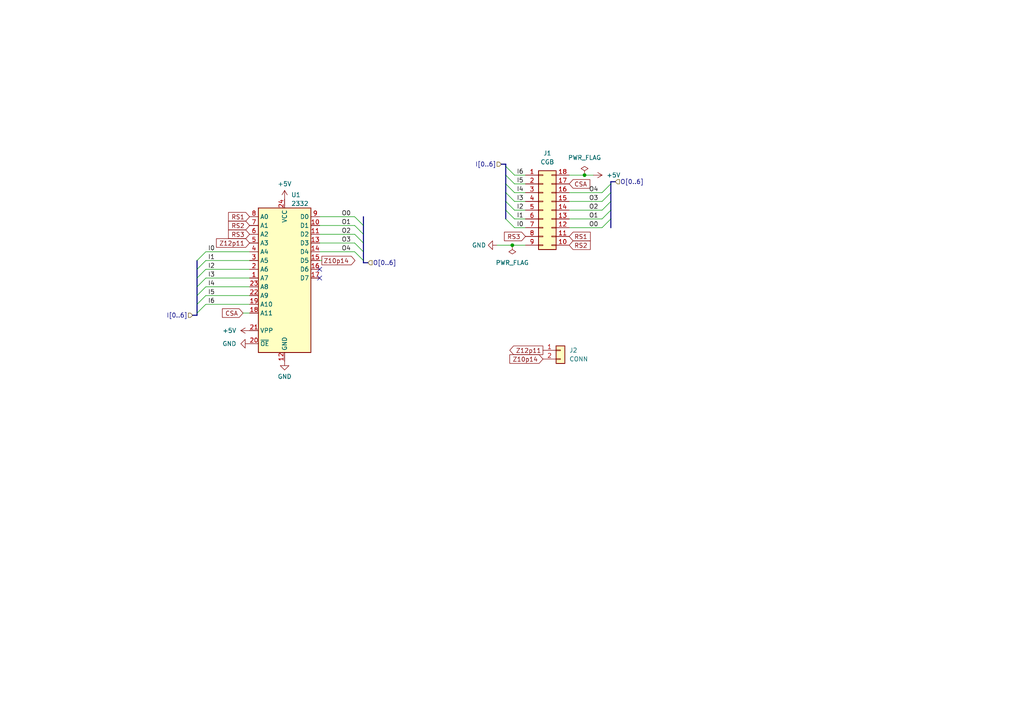
<source format=kicad_sch>
(kicad_sch (version 20230121) (generator eeschema)
  (paper "A4")
  (lib_symbols
    (symbol "Charmap:2532"
      (property "Reference" "U" (at -7.62 20.32 0))
      (property "Value" "2532" (at 2.54 -24.13 0))
      (symbol "2532_1_1"
        (rectangle (start -7.62 19.05) (end 7.62 -22.86) (stroke (width 0.254)) (fill (type background)))
        (pin input line (at -10.16 -1.27 0) (length 2.54) (name "A7") (number "1"))
        (pin tri_state line (at 10.16 13.97 180) (length 2.54) (name "D1") (number "10"))
        (pin tri_state line (at 10.16 11.43 180) (length 2.54) (name "D2") (number "11"))
        (pin power_in line (at 0 -25.4 90) (length 2.54) (name "GND") (number "12"))
        (pin tri_state line (at 10.16 8.89 180) (length 2.54) (name "D3") (number "13"))
        (pin tri_state line (at 10.16 6.35 180) (length 2.54) (name "D4") (number "14"))
        (pin tri_state line (at 10.16 3.81 180) (length 2.54) (name "D5") (number "15"))
        (pin tri_state line (at 10.16 1.27 180) (length 2.54) (name "D6") (number "16"))
        (pin tri_state line (at 10.16 -1.27 180) (length 2.54) (name "D7") (number "17"))
        (pin input line (at -10.16 -11.43 0) (length 2.54) (name "A11") (number "18"))
        (pin input line (at -10.16 -8.89 0) (length 2.54) (name "A10") (number "19"))
        (pin input line (at -10.16 1.27 0) (length 2.54) (name "A6") (number "2"))
        (pin input line (at -10.16 -20.32 0) (length 2.54) (name "~{OE}") (number "20"))
        (pin input line (at -10.16 -16.51 0) (length 2.54) (name "VPP") (number "21"))
        (pin input line (at -10.16 -6.35 0) (length 2.54) (name "A9") (number "22"))
        (pin input line (at -10.16 -3.81 0) (length 2.54) (name "A8") (number "23"))
        (pin power_in line (at 0 21.59 270) (length 2.54) (name "VCC") (number "24"))
        (pin input line (at -10.16 3.81 0) (length 2.54) (name "A5") (number "3"))
        (pin input line (at -10.16 6.35 0) (length 2.54) (name "A4") (number "4"))
        (pin input line (at -10.16 8.89 0) (length 2.54) (name "A3") (number "5"))
        (pin input line (at -10.16 11.43 0) (length 2.54) (name "A2") (number "6"))
        (pin input line (at -10.16 13.97 0) (length 2.54) (name "A1") (number "7"))
        (pin input line (at -10.16 16.51 0) (length 2.54) (name "A0") (number "8"))
        (pin tri_state line (at 10.16 16.51 180) (length 2.54) (name "D0") (number "9"))
      )
    )
    (symbol "Connector_Generic:Conn_01x02" (pin_names (offset 1.016) hide)
      (property "Reference" "J" (at 0 2.54 0))
      (property "Value" "Conn_01x02" (at 0 -5.08 0))
      (symbol "Conn_01x02_1_1"
        (rectangle (start -1.27 -2.413) (end 0 -2.667) (stroke (width 0.1524)))
        (rectangle (start -1.27 0.127) (end 0 -0.127) (stroke (width 0.1524)))
        (rectangle (start -1.27 1.27) (end 1.27 -3.81) (stroke (width 0.254)) (fill (type background)))
        (pin passive line (at -5.08 0 0) (length 3.81) (name "Pin_1") (number "1"))
        (pin passive line (at -5.08 -2.54 0) (length 3.81) (name "Pin_2") (number "2"))
      )
    )
    (symbol "Connector_Generic:Conn_02x09_Counter_Clockwise" (pin_names (offset 1.016) hide)
      (property "Reference" "J" (at 1.27 12.7 0))
      (property "Value" "Conn_02x09_Counter_Clockwise" (at 1.27 -12.7 0))
      (symbol "Conn_02x09_Counter_Clockwise_1_1"
        (rectangle (start -1.27 -10.033) (end 0 -10.287) (stroke (width 0.1524)))
        (rectangle (start -1.27 -7.493) (end 0 -7.747) (stroke (width 0.1524)))
        (rectangle (start -1.27 -4.953) (end 0 -5.207) (stroke (width 0.1524)))
        (rectangle (start -1.27 -2.413) (end 0 -2.667) (stroke (width 0.1524)))
        (rectangle (start -1.27 0.127) (end 0 -0.127) (stroke (width 0.1524)))
        (rectangle (start -1.27 2.667) (end 0 2.413) (stroke (width 0.1524)))
        (rectangle (start -1.27 5.207) (end 0 4.953) (stroke (width 0.1524)))
        (rectangle (start -1.27 7.747) (end 0 7.493) (stroke (width 0.1524)))
        (rectangle (start -1.27 10.287) (end 0 10.033) (stroke (width 0.1524)))
        (rectangle (start -1.27 11.43) (end 3.81 -11.43) (stroke (width 0.254)) (fill (type background)))
        (rectangle (start 3.81 -10.033) (end 2.54 -10.287) (stroke (width 0.1524)))
        (rectangle (start 3.81 -7.493) (end 2.54 -7.747) (stroke (width 0.1524)))
        (rectangle (start 3.81 -4.953) (end 2.54 -5.207) (stroke (width 0.1524)))
        (rectangle (start 3.81 -2.413) (end 2.54 -2.667) (stroke (width 0.1524)))
        (rectangle (start 3.81 0.127) (end 2.54 -0.127) (stroke (width 0.1524)))
        (rectangle (start 3.81 2.667) (end 2.54 2.413) (stroke (width 0.1524)))
        (rectangle (start 3.81 5.207) (end 2.54 4.953) (stroke (width 0.1524)))
        (rectangle (start 3.81 7.747) (end 2.54 7.493) (stroke (width 0.1524)))
        (rectangle (start 3.81 10.287) (end 2.54 10.033) (stroke (width 0.1524)))
        (pin passive line (at -5.08 10.16 0) (length 3.81) (name "Pin_1") (number "1"))
        (pin passive line (at 7.62 -10.16 180) (length 3.81) (name "Pin_10") (number "10"))
        (pin passive line (at 7.62 -7.62 180) (length 3.81) (name "Pin_11") (number "11"))
        (pin passive line (at 7.62 -5.08 180) (length 3.81) (name "Pin_12") (number "12"))
        (pin passive line (at 7.62 -2.54 180) (length 3.81) (name "Pin_13") (number "13"))
        (pin passive line (at 7.62 0 180) (length 3.81) (name "Pin_14") (number "14"))
        (pin passive line (at 7.62 2.54 180) (length 3.81) (name "Pin_15") (number "15"))
        (pin passive line (at 7.62 5.08 180) (length 3.81) (name "Pin_16") (number "16"))
        (pin passive line (at 7.62 7.62 180) (length 3.81) (name "Pin_17") (number "17"))
        (pin passive line (at 7.62 10.16 180) (length 3.81) (name "Pin_18") (number "18"))
        (pin passive line (at -5.08 7.62 0) (length 3.81) (name "Pin_2") (number "2"))
        (pin passive line (at -5.08 5.08 0) (length 3.81) (name "Pin_3") (number "3"))
        (pin passive line (at -5.08 2.54 0) (length 3.81) (name "Pin_4") (number "4"))
        (pin passive line (at -5.08 0 0) (length 3.81) (name "Pin_5") (number "5"))
        (pin passive line (at -5.08 -2.54 0) (length 3.81) (name "Pin_6") (number "6"))
        (pin passive line (at -5.08 -5.08 0) (length 3.81) (name "Pin_7") (number "7"))
        (pin passive line (at -5.08 -7.62 0) (length 3.81) (name "Pin_8") (number "8"))
        (pin passive line (at -5.08 -10.16 0) (length 3.81) (name "Pin_9") (number "9"))
      )
    )
    (symbol "power:+5V" (power) (pin_names (offset 0))
      (property "Value" "+5V" (at 0 3.556 0))
      (symbol "+5V_0_1"
        (polyline (pts (xy -0.762 1.27) (xy 0 2.54)))
        (polyline (pts (xy 0 0) (xy 0 2.54)))
        (polyline (pts (xy 0 2.54) (xy 0.762 1.27)))
      )
      (symbol "+5V_1_1"
        (pin power_in line (at 0 0 90) (length 0) hide (name "+5V") (number "1"))
      )
    )
    (symbol "power:GND" (power) (pin_names (offset 0))
      (property "Value" "GND" (at 0 -3.81 0))
      (symbol "GND_0_1"
        (polyline (pts (xy 0 0) (xy 0 -1.27) (xy 1.27 -1.27) (xy 0 -2.54) (xy -1.27 -1.27) (xy 0 -1.27)))
      )
      (symbol "GND_1_1"
        (pin power_in line (at 0 0 270) (length 0) hide (name "GND") (number "1"))
      )
    )
    (symbol "power:PWR_FLAG" (power) (pin_numbers hide) (pin_names (offset 0) hide)
      (property "Value" "PWR_FLAG" (at 0 3.81 0))
      (symbol "PWR_FLAG_0_0"
        (pin power_out line (at 0 0 90) (length 0) (name "pwr") (number "1"))
      )
      (symbol "PWR_FLAG_0_1"
        (polyline (pts (xy 0 0) (xy 0 1.27) (xy -1.016 1.905) (xy 0 2.54) (xy 1.016 1.905) (xy 0 1.27)))
      )
    )
  )
  (junction (at 148.59 71.12))
  (junction (at 169.545 50.8))
  (no_connect (at 92.71 78.105))
  (no_connect (at 92.71 80.645))
  (bus_entry (at 146.685 55.88) (size 2.54 2.54))
  (bus_entry (at 105.41 75.565) (size -2.54 -2.54))
  (bus_entry (at 146.685 63.5) (size 2.54 2.54))
  (bus_entry (at 57.15 83.185) (size 2.54 -2.54))
  (bus_entry (at 177.165 53.34) (size -2.54 2.54))
  (bus_entry (at 57.15 85.725) (size 2.54 -2.54))
  (bus_entry (at 105.41 67.945) (size -2.54 -2.54))
  (bus_entry (at 177.165 63.5) (size -2.54 2.54))
  (bus_entry (at 146.685 58.42) (size 2.54 2.54))
  (bus_entry (at 146.685 60.96) (size 2.54 2.54))
  (bus_entry (at 57.15 88.265) (size 2.54 -2.54))
  (bus_entry (at 57.15 90.805) (size 2.54 -2.54))
  (bus_entry (at 57.15 75.565) (size 2.54 -2.54))
  (bus_entry (at 146.685 50.8) (size 2.54 2.54))
  (bus_entry (at 146.685 48.26) (size 2.54 2.54))
  (bus_entry (at 177.165 55.88) (size -2.54 2.54))
  (bus_entry (at 105.41 70.485) (size -2.54 -2.54))
  (bus_entry (at 57.15 78.105) (size 2.54 -2.54))
  (bus_entry (at 57.15 80.645) (size 2.54 -2.54))
  (bus_entry (at 177.165 60.96) (size -2.54 2.54))
  (bus_entry (at 146.685 53.34) (size 2.54 2.54))
  (bus_entry (at 105.41 65.405) (size -2.54 -2.54))
  (bus_entry (at 105.41 73.025) (size -2.54 -2.54))
  (bus_entry (at 177.165 58.42) (size -2.54 2.54))
  (wire (pts (xy 92.71 73.025) (xy 102.87 73.025)))
  (wire (pts (xy 70.485 90.805) (xy 72.39 90.805)))
  (wire (pts (xy 172.085 50.8) (xy 169.545 50.8)))
  (bus (pts (xy 146.685 53.34) (xy 146.685 55.88)))
  (bus (pts (xy 105.41 75.565) (xy 105.41 73.025)))
  (bus (pts (xy 178.435 52.705) (xy 177.165 52.705)))
  (wire (pts (xy 149.225 63.5) (xy 152.4 63.5)))
  (bus (pts (xy 177.165 55.88) (xy 177.165 58.42)))
  (wire (pts (xy 92.71 67.945) (xy 102.87 67.945)))
  (wire (pts (xy 149.225 55.88) (xy 152.4 55.88)))
  (wire (pts (xy 92.71 62.865) (xy 102.87 62.865)))
  (bus (pts (xy 105.41 67.945) (xy 105.41 65.405)))
  (bus (pts (xy 105.41 70.485) (xy 105.41 67.945)))
  (wire (pts (xy 92.71 75.565) (xy 93.345 75.565)))
  (wire (pts (xy 165.1 55.88) (xy 174.625 55.88)))
  (wire (pts (xy 165.1 60.96) (xy 174.625 60.96)))
  (wire (pts (xy 149.225 58.42) (xy 152.4 58.42)))
  (bus (pts (xy 177.165 58.42) (xy 177.165 60.96)))
  (bus (pts (xy 57.15 91.44) (xy 57.15 90.805)))
  (bus (pts (xy 177.165 53.34) (xy 177.165 55.88)))
  (bus (pts (xy 146.685 58.42) (xy 146.685 60.96)))
  (wire (pts (xy 165.1 63.5) (xy 174.625 63.5)))
  (wire (pts (xy 59.69 80.645) (xy 72.39 80.645)))
  (wire (pts (xy 59.69 83.185) (xy 72.39 83.185)))
  (wire (pts (xy 144.145 71.12) (xy 148.59 71.12)))
  (bus (pts (xy 146.685 60.96) (xy 146.685 63.5)))
  (bus (pts (xy 106.68 76.2) (xy 105.41 76.2)))
  (bus (pts (xy 146.685 47.625) (xy 146.685 48.26)))
  (bus (pts (xy 105.41 73.025) (xy 105.41 70.485)))
  (bus (pts (xy 145.415 47.625) (xy 146.685 47.625)))
  (wire (pts (xy 59.69 73.025) (xy 72.39 73.025)))
  (bus (pts (xy 57.15 90.805) (xy 57.15 88.265)))
  (bus (pts (xy 57.15 85.725) (xy 57.15 83.185)))
  (wire (pts (xy 59.69 85.725) (xy 72.39 85.725)))
  (wire (pts (xy 59.69 78.105) (xy 72.39 78.105)))
  (wire (pts (xy 149.225 53.34) (xy 152.4 53.34)))
  (wire (pts (xy 59.69 75.565) (xy 72.39 75.565)))
  (bus (pts (xy 57.15 80.645) (xy 57.15 78.105)))
  (wire (pts (xy 165.1 66.04) (xy 174.625 66.04)))
  (bus (pts (xy 177.165 63.5) (xy 177.165 66.04)))
  (bus (pts (xy 57.15 83.185) (xy 57.15 80.645)))
  (bus (pts (xy 177.165 52.705) (xy 177.165 53.34)))
  (bus (pts (xy 146.685 55.88) (xy 146.685 58.42)))
  (bus (pts (xy 105.41 76.2) (xy 105.41 75.565)))
  (wire (pts (xy 92.71 65.405) (xy 102.87 65.405)))
  (bus (pts (xy 55.88 91.44) (xy 57.15 91.44)))
  (wire (pts (xy 149.225 60.96) (xy 152.4 60.96)))
  (bus (pts (xy 177.165 60.96) (xy 177.165 63.5)))
  (wire (pts (xy 169.545 50.8) (xy 165.1 50.8)))
  (bus (pts (xy 146.685 50.8) (xy 146.685 53.34)))
  (wire (pts (xy 148.59 71.12) (xy 152.4 71.12)))
  (wire (pts (xy 149.225 50.8) (xy 152.4 50.8)))
  (bus (pts (xy 146.685 48.26) (xy 146.685 50.8)))
  (bus (pts (xy 57.15 78.105) (xy 57.15 75.565)))
  (wire (pts (xy 59.69 88.265) (xy 72.39 88.265)))
  (wire (pts (xy 92.71 70.485) (xy 102.87 70.485)))
  (bus (pts (xy 57.15 88.265) (xy 57.15 85.725)))
  (bus (pts (xy 105.41 65.405) (xy 105.41 62.865)))
  (wire (pts (xy 165.1 58.42) (xy 174.625 58.42)))
  (wire (pts (xy 149.225 66.04) (xy 152.4 66.04)))
  (label "I1" (at 149.86 63.5 0))
  (label "O0" (at 170.815 66.04 0))
  (label "I5" (at 60.325 85.725 0))
  (label "I5" (at 149.86 53.34 0))
  (label "O2" (at 99.06 67.945 0))
  (label "I2" (at 149.86 60.96 0))
  (label "I3" (at 149.86 58.42 0))
  (label "I4" (at 60.325 83.185 0))
  (label "I3" (at 60.325 80.645 0))
  (label "O3" (at 99.06 70.485 0))
  (label "I0" (at 60.325 73.025 0))
  (label "O3" (at 170.815 58.42 0))
  (label "I2" (at 60.325 78.105 0))
  (label "O4" (at 170.815 55.88 0))
  (label "I4" (at 149.86 55.88 0))
  (label "O2" (at 170.815 60.96 0))
  (label "O1" (at 170.815 63.5 0))
  (label "O4" (at 99.06 73.025 0))
  (label "I0" (at 149.86 66.04 0))
  (label "I1" (at 60.325 75.565 0))
  (label "I6" (at 60.325 88.265 0))
  (label "I6" (at 149.86 50.8 0))
  (label "O0" (at 99.06 62.865 0))
  (label "O1" (at 99.06 65.405 0))
  (global_label "Z10p14" (shape output) (at 93.345 75.565 0) (property "Intersheetrefs" "${INTERSHEET_REFS}" (effects hide)))
  (global_label "Z12p11" (shape input) (at 72.39 70.485 180) (property "Intersheetrefs" "${INTERSHEET_REFS}" (effects hide)))
  (global_label "RS3" (shape input) (at 152.4 68.58 180) (property "Intersheetrefs" "${INTERSHEET_REFS}" (effects hide)))
  (global_label "RS2" (shape input) (at 72.39 65.405 180) (property "Intersheetrefs" "${INTERSHEET_REFS}" (effects hide)))
  (global_label "CSA" (shape input) (at 165.1 53.34 0) (property "Intersheetrefs" "${INTERSHEET_REFS}" (effects hide)))
  (global_label "Z12p11" (shape output) (at 157.48 101.6 180) (property "Intersheetrefs" "${INTERSHEET_REFS}" (effects hide)))
  (global_label "CSA" (shape input) (at 70.485 90.805 180) (property "Intersheetrefs" "${INTERSHEET_REFS}" (effects hide)))
  (global_label "RS2" (shape input) (at 165.1 71.12 0) (property "Intersheetrefs" "${INTERSHEET_REFS}" (effects hide)))
  (global_label "Z10p14" (shape input) (at 157.48 104.14 180) (property "Intersheetrefs" "${INTERSHEET_REFS}" (effects hide)))
  (global_label "RS1" (shape input) (at 72.39 62.865 180) (property "Intersheetrefs" "${INTERSHEET_REFS}" (effects hide)))
  (global_label "RS3" (shape input) (at 72.39 67.945 180) (property "Intersheetrefs" "${INTERSHEET_REFS}" (effects hide)))
  (global_label "RS1" (shape input) (at 165.1 68.58 0) (property "Intersheetrefs" "${INTERSHEET_REFS}" (effects hide)))
  (hierarchical_label "I[0..6]" (shape input) (at 55.88 91.44 180))
  (hierarchical_label "O[0..6]" (shape input) (at 106.68 76.2 0))
  (hierarchical_label "I[0..6]" (shape input) (at 145.415 47.625 180))
  (hierarchical_label "O[0..6]" (shape input) (at 178.435 52.705 0))
  (symbol (lib_id "power:+5V") (at 172.085 50.8 270) (unit 1)
    (property "Reference" "#PWR02" (effects hide))
    (property "Value" "+5V" (at 175.895 50.8 90) (effects (justify left)))
  )
  (symbol (lib_id "power:PWR_FLAG") (at 169.545 50.8 0) (unit 1)
    (property "Reference" "#FLG01" (effects hide))
    (property "Value" "PWR_FLAG" (at 169.545 45.72 0))
  )
  (symbol (lib_id "Charmap:2532") (at 82.55 79.375 0) (unit 1)
    (property "Reference" "U1" (at 84.455 56.515 0) (effects (justify left)))
    (property "Value" "2332" (at 84.455 59.055 0) (effects (justify left)))
    (property "Footprint" "Package_DIP:DIP-24_W15.24mm" (effects hide))
  )
  (symbol (lib_id "power:PWR_FLAG") (at 148.59 71.12 180) (unit 1)
    (property "Reference" "#FLG02" (effects hide))
    (property "Value" "PWR_FLAG" (at 148.59 76.2 0))
  )
  (symbol (lib_id "Connector_Generic:Conn_02x09_Counter_Clockwise") (at 157.48 60.96 0) (unit 1)
    (property "Reference" "J1" (at 158.75 44.45 0))
    (property "Value" "CGB" (at 158.75 46.99 0))
    (property "Footprint" "TRS80ICHARMAP:CHARPLUG" (effects hide))
  )
  (symbol (lib_id "Connector_Generic:Conn_01x02") (at 162.56 101.6 0) (unit 1)
    (property "Reference" "J2" (at 165.1 101.6 0) (effects (justify left)))
    (property "Value" "CONN" (at 165.1 104.14 0) (effects (justify left)))
    (property "Footprint" "Connector_PinHeader_2.54mm:PinHeader_1x02_P2.54mm_Vertical" (effects hide))
  )
  (symbol (lib_id "power:+5V") (at 72.39 95.885 90) (unit 1)
    (property "Reference" "#PWR05" (effects hide))
    (property "Value" "+5V" (at 68.58 95.885 90) (effects (justify left)))
  )
  (symbol (lib_id "power:+5V") (at 82.55 57.785 0) (unit 1)
    (property "Reference" "#PWR03" (effects hide))
    (property "Value" "+5V" (at 82.55 53.34 0))
  )
  (symbol (lib_id "power:GND") (at 144.145 71.12 270) (unit 1)
    (property "Reference" "#PWR01" (effects hide))
    (property "Value" "GND" (at 140.97 71.12 90) (effects (justify right)))
  )
  (symbol (lib_id "power:GND") (at 82.55 104.775 0) (unit 1)
    (property "Reference" "#PWR04" (effects hide))
    (property "Value" "GND" (at 82.55 109.22 0))
  )
  (symbol (lib_id "power:GND") (at 72.39 99.695 270) (unit 1)
    (property "Reference" "#PWR07" (effects hide))
    (property "Value" "GND" (at 68.58 99.695 90) (effects (justify right)))
  )
)
</source>
